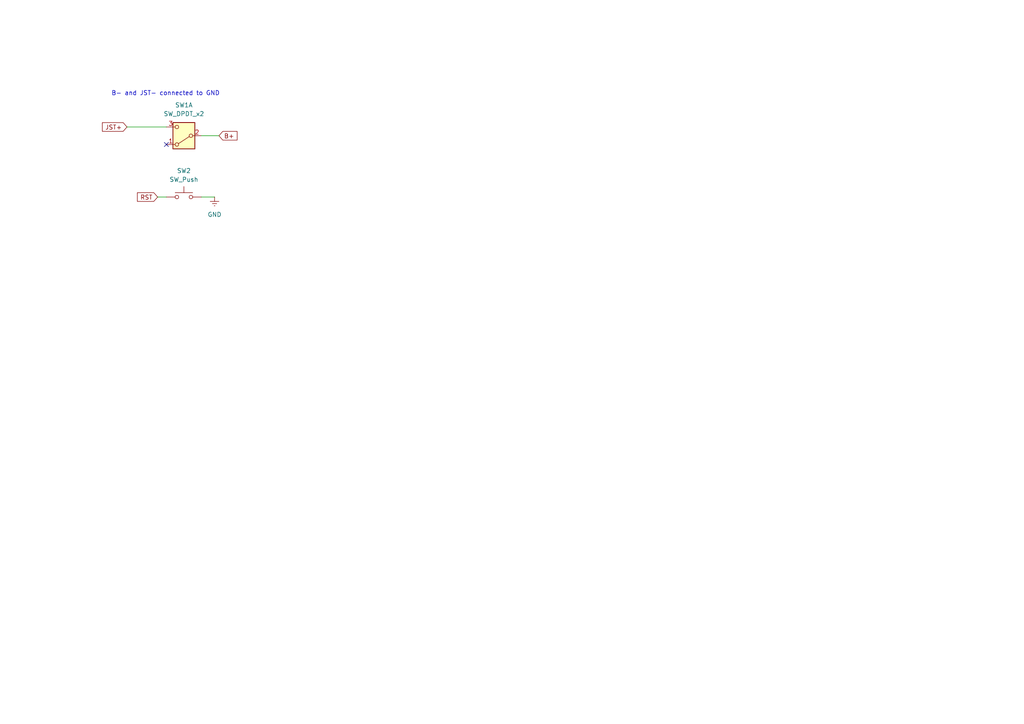
<source format=kicad_sch>
(kicad_sch (version 20231120) (generator "eeschema") (generator_version "8.0")
  (paper "A4")
  (lib_symbols
    (symbol "Switch:SW_DPDT_x2" (pin_names (offset 0) hide)
      (property "Reference" "SW" (at 0 5.08 0))
      (property "Value" "SW_DPDT_x2" (at 0 -5.08 0))
      (symbol "SW_DPDT_x2_0_0"
        (circle (center -2.032 0) (radius 0.508))
        (circle (center 2.032 -2.54) (radius 0.508))
      )
      (symbol "SW_DPDT_x2_0_1"
        (rectangle (start -3.175 3.81) (end 3.175 -3.81) (stroke (width 0.254)) (fill (type background)))
        (polyline (pts (xy -1.524 0.254) (xy 1.5748 2.286)))
        (circle (center 2.032 2.54) (radius 0.508))
      )
      (symbol "SW_DPDT_x2_1_1"
        (pin passive line (at 5.08 2.54 180) (length 2.54) (name "A") (number "1"))
        (pin passive line (at -5.08 0 0) (length 2.54) (name "B") (number "2"))
        (pin passive line (at 5.08 -2.54 180) (length 2.54) (name "C") (number "3"))
      )
      (symbol "SW_DPDT_x2_2_1"
        (pin passive line (at 5.08 2.54 180) (length 2.54) (name "A") (number "4"))
        (pin passive line (at -5.08 0 0) (length 2.54) (name "B") (number "5"))
        (pin passive line (at 5.08 -2.54 180) (length 2.54) (name "C") (number "6"))
      )
    )
    (symbol "Switch:SW_Push" (pin_numbers hide) (pin_names (offset 1.016) hide)
      (property "Reference" "SW" (at 1.27 2.54 0))
      (property "Value" "SW_Push" (at 0 -1.524 0))
      (symbol "SW_Push_0_1"
        (circle (center -2.032 0) (radius 0.508))
        (polyline (pts (xy 0 1.27) (xy 0 3.048)))
        (polyline (pts (xy 2.54 1.27) (xy -2.54 1.27)))
        (circle (center 2.032 0) (radius 0.508))
        (pin passive line (at -5.08 0 0) (length 2.54) (name "1") (number "1"))
        (pin passive line (at 5.08 0 180) (length 2.54) (name "2") (number "2"))
      )
    )
    (symbol "power:GNDREF" (power) (pin_numbers hide) (pin_names (offset 0) hide)
      (property "Value" "GNDREF" (at 0 -3.81 0))
      (symbol "GNDREF_0_1"
        (polyline (pts (xy -0.635 -1.905) (xy 0.635 -1.905)))
        (polyline (pts (xy -0.127 -2.54) (xy 0.127 -2.54)))
        (polyline (pts (xy 0 -1.27) (xy 0 0)))
        (polyline (pts (xy 1.27 -1.27) (xy -1.27 -1.27)))
      )
      (symbol "GNDREF_1_1"
        (pin power_in line (at 0 0 270) (length 0) (name "~") (number "1"))
      )
    )
  )
  (no_connect (at 48.26 41.91))
  (wire (pts (xy 45.72 57.15) (xy 48.26 57.15)))
  (wire (pts (xy 36.83 36.83) (xy 48.26 36.83)))
  (wire (pts (xy 58.42 57.15) (xy 62.23 57.15)))
  (wire (pts (xy 58.42 39.37) (xy 63.5 39.37)))
  (text "B- and JST- connected to GND " (at 48.514 27.178 0) (effects (font (size 1.27 1.27))))
  (global_label "JST+" (shape input) (at 36.83 36.83 180) (property "Intersheetrefs" "${INTERSHEET_REFS}" (effects (hide yes))))
  (global_label "RST" (shape input) (at 45.72 57.15 180) (property "Intersheetrefs" "${INTERSHEET_REFS}" (effects (hide yes))))
  (global_label "B+" (shape input) (at 63.5 39.37 0) (property "Intersheetrefs" "${INTERSHEET_REFS}" (effects (hide yes))))
  (symbol (lib_id "Switch:SW_DPDT_x2") (at 53.34 39.37 180) (unit 1)
    (property "Reference" "SW1" (at 53.34 30.48 0))
    (property "Value" "SW_DPDT_x2" (at 53.34 33.02 0))
    (property "Description" "Switch, dual pole double throw, separate symbols" (effects (hide yes)))
  )
  (symbol (lib_id "power:GNDREF") (at 62.23 57.15 0) (unit 1)
    (property "Reference" "#PWR012" (effects (hide yes)))
    (property "Value" "GND" (at 62.23 62.23 0))
    (property "Description" "Power symbol creates a global label with name \"GNDREF\" , reference supply ground" (effects (hide yes)))
  )
  (symbol (lib_id "Switch:SW_Push") (at 53.34 57.15 0) (unit 1)
    (property "Reference" "SW2" (at 53.34 49.53 0))
    (property "Value" "SW_Push" (at 53.34 52.07 0))
    (property "Description" "Push button switch, generic, two pins" (effects (hide yes)))
  )
)
</source>
